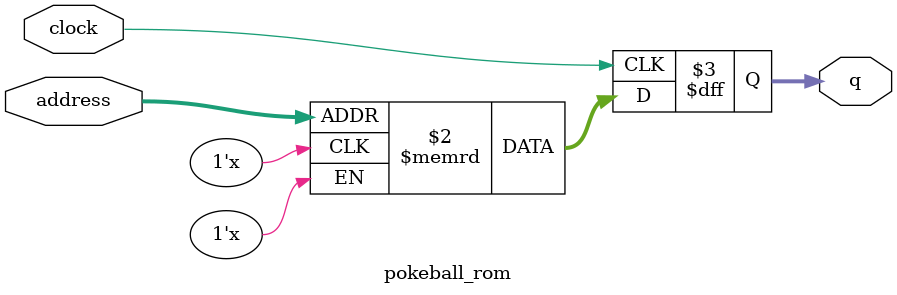
<source format=sv>
module pokeball_rom (
	input logic clock,
	input logic [8:0] address,
	output logic [7:0] q
);

logic [7:0] memory [0:399] /* synthesis ram_init_file = "./pokeball/pokeball.mif" */;

always_ff @ (posedge clock) begin
	q <= memory[address];
end

endmodule

</source>
